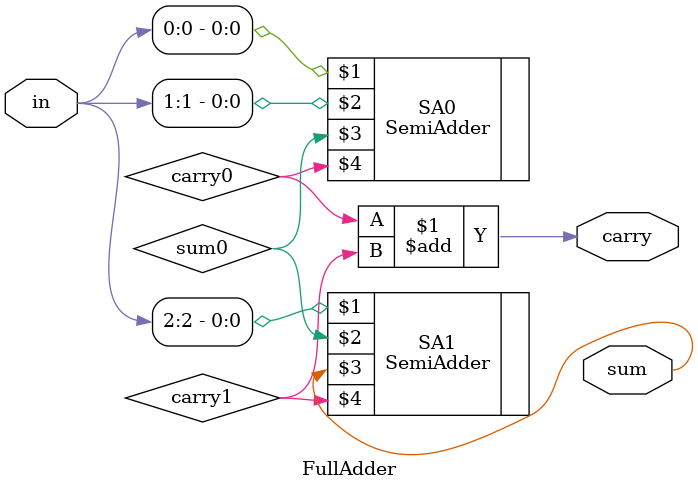
<source format=v>
module FullAdder(in, sum, carry);
	
	input [2:0]in;
	output sum, carry;
	
	wire carry0, carry1, sum0;
	
	SemiAdder SA0(in[0], in[1], sum0, carry0);
	SemiAdder SA1(in[2], sum0, sum, carry1);
	assign carry=carry0+carry1;
	
endmodule

</source>
